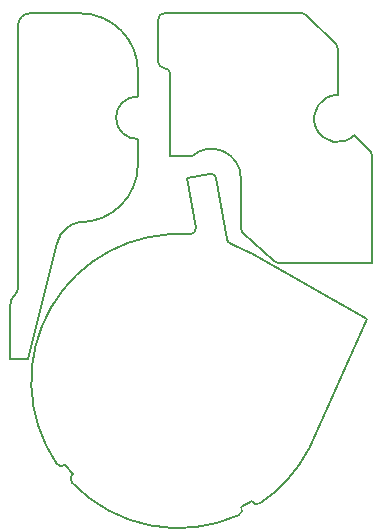
<source format=gm1>
%TF.GenerationSoftware,KiCad,Pcbnew,(5.1.10)-1*%
%TF.CreationDate,2021-07-07T23:01:47-07:00*%
%TF.ProjectId,tactileAGB,74616374-696c-4654-9147-422e6b696361,1.0*%
%TF.SameCoordinates,Original*%
%TF.FileFunction,Profile,NP*%
%FSLAX46Y46*%
G04 Gerber Fmt 4.6, Leading zero omitted, Abs format (unit mm)*
G04 Created by KiCad (PCBNEW (5.1.10)-1) date 2021-07-07 23:01:47*
%MOMM*%
%LPD*%
G01*
G04 APERTURE LIST*
%TA.AperFunction,Profile*%
%ADD10C,0.200000*%
%TD*%
G04 APERTURE END LIST*
D10*
X69425532Y-37852038D02*
G75*
G02*
X64525532Y-42752038I-4900000J0D01*
G01*
X62999284Y-43679283D02*
X62931737Y-43774832D01*
X63070863Y-43586607D02*
X62999284Y-43679283D01*
X63146325Y-43497113D02*
X63070863Y-43586607D01*
X63225516Y-43411113D02*
X63146325Y-43497113D01*
X63308286Y-43328915D02*
X63225516Y-43411113D01*
X63394482Y-43250830D02*
X63308286Y-43328915D01*
X63483955Y-43177169D02*
X63394482Y-43250830D01*
X63576552Y-43108240D02*
X63483955Y-43177169D01*
X63672122Y-43044355D02*
X63576552Y-43108240D01*
X63871575Y-42932955D02*
X63770514Y-42985823D01*
X63770514Y-42985823D02*
X63672122Y-43044355D01*
X64081102Y-42845448D02*
X63975155Y-42886059D01*
X64189264Y-42811430D02*
X64081102Y-42845448D01*
X64411631Y-42764415D02*
X64299491Y-42784315D01*
X64525532Y-42752038D02*
X64411631Y-42764415D01*
X64299491Y-42784315D02*
X64189264Y-42811430D01*
X63975155Y-42886059D02*
X63871575Y-42932955D01*
X62931737Y-43774832D02*
X62868375Y-43872944D01*
X62809349Y-43973309D02*
X62754810Y-44075615D01*
X62754810Y-44075615D02*
X62704909Y-44179555D01*
X62619631Y-44391091D02*
X62584555Y-44498067D01*
X62868375Y-43872944D02*
X62809349Y-43973309D01*
X62704909Y-44179555D02*
X62659799Y-44284817D01*
X62659799Y-44284817D02*
X62619631Y-44391091D01*
X62584555Y-44498067D02*
X60121829Y-54347252D01*
X69430000Y-35708282D02*
X69425532Y-37852038D01*
X86184404Y-27637205D02*
G75*
G02*
X86335309Y-27992715I-343312J-355510D01*
G01*
X81248813Y-46177844D02*
G75*
G02*
X80914248Y-46049416I1J500000D01*
G01*
X83322448Y-25062398D02*
G75*
G02*
X83669636Y-25202592I0J-500000D01*
G01*
X78313242Y-43707459D02*
G75*
G02*
X78147807Y-43335887I334565J371572D01*
G01*
X71160000Y-25562398D02*
G75*
G02*
X71660000Y-25062398I500000J0D01*
G01*
X71660000Y-25062398D02*
X83322448Y-25062398D01*
X78147807Y-43335887D02*
X78140000Y-39032230D01*
X86335309Y-27992715D02*
X86335309Y-31978954D01*
X83669636Y-25202592D02*
X86184404Y-27637205D01*
X89284477Y-46170000D02*
X81248814Y-46177844D01*
X80914248Y-46049416D02*
X78313241Y-43707459D01*
X78182495Y-66863858D02*
X79057142Y-66379098D01*
X63274576Y-63307286D02*
X63903562Y-64084704D01*
X87749523Y-35393168D02*
G75*
G02*
X86335309Y-31978954I-1414214J1414214D01*
G01*
X73964208Y-37181604D02*
G75*
G02*
X78140000Y-39032230I1677816J-1850626D01*
G01*
X69430000Y-35708282D02*
G75*
G02*
X69430000Y-32110586I-64388J1798848D01*
G01*
X78182495Y-66863858D02*
G75*
G02*
X77950108Y-67562310I-437323J-242381D01*
G01*
X74323985Y-43207499D02*
G75*
G02*
X73793286Y-43791194I-492698J-85141D01*
G01*
X77950108Y-67562310D02*
G75*
G02*
X63857025Y-64819329I-5103101J11356635D01*
G01*
X75489835Y-38642498D02*
G75*
G02*
X76067674Y-39050055I85141J-492698D01*
G01*
X79772592Y-66552225D02*
G75*
G02*
X79057142Y-66379098I-278126J415508D01*
G01*
X63857026Y-64819327D02*
G75*
G02*
X63903562Y-64084704I361028J345915D01*
G01*
X77270102Y-44567331D02*
G75*
G02*
X76955031Y-44185088I177626J467384D01*
G01*
X83875148Y-61984507D02*
G75*
G02*
X79772591Y-66552225I-11028141J5778832D01*
G01*
X73591810Y-38970485D02*
X74323985Y-43207499D01*
X76067674Y-39050055D02*
X76955031Y-44185088D01*
X73591810Y-38970485D02*
X75489836Y-38642498D01*
X59035350Y-48886621D02*
X58963258Y-48958713D01*
X58621829Y-54347252D02*
X60121829Y-54347252D01*
X88805618Y-50959479D02*
X79002898Y-45383485D01*
X72154217Y-37180104D02*
X72154217Y-30199204D01*
X72154217Y-37180104D02*
X73962848Y-37180104D01*
X88805618Y-50959479D02*
X83875149Y-61984507D01*
X59279707Y-26070000D02*
G75*
G02*
X60279707Y-25070000I1000000J0D01*
G01*
X59279707Y-48296691D02*
G75*
G02*
X59035350Y-48886621I-834287J0D01*
G01*
X64530000Y-25070000D02*
G75*
G02*
X69430000Y-29970000I0J-4900000D01*
G01*
X58621829Y-49782996D02*
G75*
G02*
X58963258Y-48958713I1165712J0D01*
G01*
X77270102Y-44567332D02*
G75*
G02*
X79002898Y-45383485I-4423095J-11638343D01*
G01*
X89138030Y-36781676D02*
G75*
G02*
X89284477Y-37135229I-353553J-353553D01*
G01*
X62546423Y-63199440D02*
G75*
G02*
X73793286Y-43791194I10300584J6993765D01*
G01*
X63274576Y-63307287D02*
G75*
G02*
X62546422Y-63199441I-314492J388709D01*
G01*
X71654217Y-29699204D02*
G75*
G02*
X72154217Y-30199204I0J-500000D01*
G01*
X71654217Y-29699204D02*
G75*
G02*
X71154217Y-29199204I0J500000D01*
G01*
X89284477Y-46170000D02*
X89284477Y-37135229D01*
X71154217Y-29199204D02*
X71160000Y-25562398D01*
X89138030Y-36781675D02*
X87749522Y-35393167D01*
X58621829Y-54347252D02*
X58621829Y-49782996D01*
X59279707Y-48296691D02*
X59279707Y-26070000D01*
X69430000Y-32110586D02*
X69430000Y-29970000D01*
X64530000Y-25070000D02*
X60279707Y-25070000D01*
M02*

</source>
